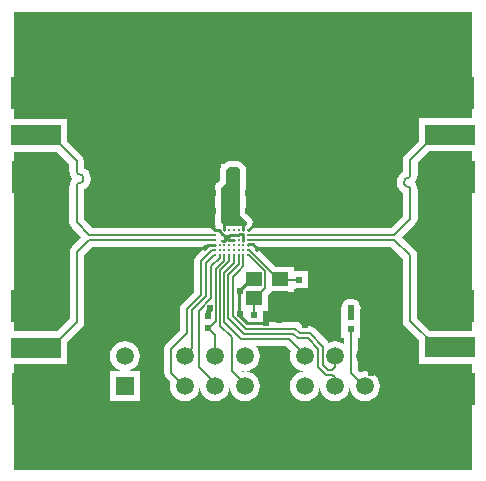
<source format=gtl>
%FSLAX25Y25*%
%MOIN*%
G70*
G01*
G75*
G04 Layer_Physical_Order=1*
G04 Layer_Color=255*
%ADD10C,0.00800*%
%ADD11R,0.16500X0.07000*%
%ADD12R,0.16500X0.10500*%
%ADD13R,0.02362X0.01969*%
%ADD14R,0.01969X0.02362*%
%ADD15R,0.05512X0.04528*%
%ADD16C,0.01181*%
%ADD17R,0.03150X0.03150*%
%ADD18C,0.01000*%
%ADD19C,0.02000*%
%ADD20C,0.00500*%
%ADD21C,0.01500*%
%ADD22C,0.05906*%
%ADD23R,0.05906X0.05906*%
%ADD24C,0.15748*%
%ADD25C,0.02000*%
%ADD26C,0.01800*%
%ADD27C,0.01150*%
%ADD28C,0.02400*%
G36*
X20853Y104186D02*
Y101780D01*
X20906Y101515D01*
X20987Y100898D01*
X21328Y100075D01*
X21846Y99400D01*
X21328Y98725D01*
X20987Y97902D01*
X20906Y97285D01*
X20853Y97020D01*
Y84814D01*
X21008Y84033D01*
X21039Y83878D01*
X21570Y83084D01*
X24839Y79814D01*
X21670Y76644D01*
X21139Y75851D01*
X21108Y75695D01*
X20953Y74914D01*
Y52614D01*
X16887Y48548D01*
X2441D01*
Y108414D01*
X16625D01*
X20853Y104186D01*
D02*
G37*
G36*
X131953Y72788D02*
Y52000D01*
X132108Y51219D01*
X132139Y51064D01*
X132670Y50270D01*
X137388Y45552D01*
Y37648D01*
X155040D01*
Y2441D01*
X2441D01*
Y37548D01*
X20092D01*
Y44832D01*
X25130Y49870D01*
X25661Y50664D01*
X25692Y50819D01*
X25847Y51600D01*
Y73901D01*
X28514Y76567D01*
X65992D01*
X66030Y76475D01*
X62978Y73422D01*
X62481Y72678D01*
X62306Y71800D01*
Y61650D01*
X58378Y57722D01*
X57881Y56978D01*
X57706Y56100D01*
Y48950D01*
X53078Y44322D01*
X52581Y43578D01*
X52406Y42700D01*
Y34700D01*
X52581Y33822D01*
X53078Y33078D01*
X54579Y31576D01*
X54545Y31493D01*
X54375Y30200D01*
X54545Y28907D01*
X55044Y27702D01*
X55838Y26668D01*
X56872Y25874D01*
X58077Y25375D01*
X59370Y25205D01*
X60663Y25375D01*
X61868Y25874D01*
X62902Y26668D01*
X63696Y27702D01*
X64195Y28907D01*
X64320Y29855D01*
X64420D01*
X64545Y28907D01*
X65044Y27702D01*
X65838Y26668D01*
X66872Y25874D01*
X68077Y25375D01*
X69370Y25205D01*
X70663Y25375D01*
X71868Y25874D01*
X72902Y26668D01*
X73696Y27702D01*
X74195Y28907D01*
X74320Y29855D01*
X74420D01*
X74545Y28907D01*
X75044Y27702D01*
X75838Y26668D01*
X76872Y25874D01*
X78077Y25375D01*
X79370Y25205D01*
X80663Y25375D01*
X81868Y25874D01*
X82902Y26668D01*
X83696Y27702D01*
X84195Y28907D01*
X84366Y30200D01*
X84195Y31493D01*
X83696Y32698D01*
X82902Y33732D01*
X81868Y34526D01*
X80663Y35025D01*
X79370Y35195D01*
X78468Y35077D01*
X78294Y35251D01*
X78338Y35340D01*
X79370Y35204D01*
X80663Y35375D01*
X81868Y35874D01*
X82902Y36668D01*
X83696Y37702D01*
X84195Y38907D01*
X84366Y40200D01*
X84195Y41493D01*
X83696Y42698D01*
X82991Y43616D01*
X83036Y43706D01*
X93050D01*
X94755Y42001D01*
X94545Y41493D01*
X94375Y40200D01*
X94545Y38907D01*
X95044Y37702D01*
X95838Y36668D01*
X96872Y35874D01*
X98077Y35375D01*
X99024Y35250D01*
Y35150D01*
X98077Y35025D01*
X96872Y34526D01*
X95838Y33732D01*
X95044Y32698D01*
X94545Y31493D01*
X94375Y30200D01*
X94545Y28907D01*
X95044Y27702D01*
X95838Y26668D01*
X96872Y25874D01*
X98077Y25375D01*
X99370Y25205D01*
X100663Y25375D01*
X101868Y25874D01*
X102902Y26668D01*
X103696Y27702D01*
X104195Y28907D01*
X104320Y29855D01*
X104420D01*
X104545Y28907D01*
X105044Y27702D01*
X105838Y26668D01*
X106872Y25874D01*
X108077Y25375D01*
X109370Y25205D01*
X110663Y25375D01*
X111868Y25874D01*
X112902Y26668D01*
X113696Y27702D01*
X114195Y28907D01*
X114320Y29855D01*
X114420D01*
X114545Y28907D01*
X115044Y27702D01*
X115838Y26668D01*
X116872Y25874D01*
X118077Y25375D01*
X119370Y25205D01*
X120663Y25375D01*
X121868Y25874D01*
X122902Y26668D01*
X123696Y27702D01*
X124195Y28907D01*
X124366Y30200D01*
X124195Y31493D01*
X123696Y32698D01*
X122902Y33732D01*
X121868Y34526D01*
X120663Y35025D01*
X119370Y35195D01*
X118077Y35025D01*
X117753Y34891D01*
X116994Y35650D01*
Y46347D01*
X117881D01*
Y50284D01*
Y55847D01*
X117928Y56200D01*
X117818Y57035D01*
X117495Y57814D01*
X116982Y58482D01*
X116314Y58995D01*
X115535Y59318D01*
X114700Y59428D01*
X113865Y59318D01*
X113086Y58995D01*
X112418Y58482D01*
X111905Y57814D01*
X111582Y57035D01*
X111472Y56200D01*
X111519Y55847D01*
Y50284D01*
Y46347D01*
X112406D01*
Y44226D01*
X112316Y44182D01*
X111868Y44526D01*
X110663Y45025D01*
X109370Y45195D01*
X108077Y45025D01*
X107371Y44733D01*
X107130Y45093D01*
X102693Y49530D01*
X101899Y50061D01*
X101744Y50092D01*
X100963Y50247D01*
X98614D01*
X97930Y50930D01*
X97136Y51461D01*
X96981Y51492D01*
X96200Y51647D01*
X85416D01*
Y55269D01*
X87178D01*
Y60534D01*
X87822Y61178D01*
X88083Y61568D01*
X95840D01*
Y62784D01*
X100481D01*
Y68753D01*
X95840D01*
Y70096D01*
X89348D01*
X82970Y76475D01*
X83008Y76567D01*
X128174D01*
X131953Y72788D01*
D02*
G37*
G36*
X155040Y48648D02*
X141213D01*
X136847Y53014D01*
Y73802D01*
X136692Y74583D01*
X136661Y74738D01*
X136130Y75532D01*
X131811Y79851D01*
Y79951D01*
X136230Y84370D01*
X136761Y85164D01*
X136947Y86100D01*
Y95820D01*
X136894Y96085D01*
X136813Y96702D01*
X136472Y97525D01*
X135954Y98200D01*
X136472Y98875D01*
X136813Y99698D01*
X136894Y100315D01*
X136947Y100580D01*
Y104686D01*
X140775Y108514D01*
X155040D01*
Y48648D01*
D02*
G37*
G36*
X77300Y102900D02*
X77700Y102500D01*
Y94500D01*
Y87200D01*
X79300Y85600D01*
X80000Y84900D01*
Y84600D01*
Y84100D01*
X79900Y84000D01*
X79500Y83600D01*
X77602D01*
X77255Y83669D01*
X76908Y83600D01*
X76027D01*
X75680Y83669D01*
X75333Y83600D01*
X74452D01*
X74106Y83669D01*
X73759Y83600D01*
X72600D01*
X72000Y84200D01*
X71400Y84800D01*
Y94800D01*
Y96400D01*
X72600Y97600D01*
X73100Y98100D01*
Y100800D01*
Y102200D01*
X73600Y102700D01*
X74100Y103200D01*
X77000D01*
X77300Y102900D01*
D02*
G37*
G36*
X155040Y119514D02*
X137388D01*
Y112048D01*
X132770Y107430D01*
X132239Y106636D01*
X132208Y106481D01*
X132053Y105700D01*
Y101671D01*
X131815Y101572D01*
X131109Y101031D01*
X130568Y100325D01*
X130227Y99502D01*
X130146Y98885D01*
X130093Y98620D01*
Y97780D01*
X130146Y97515D01*
X130227Y96898D01*
X130568Y96075D01*
X131109Y95369D01*
X131815Y94828D01*
X132053Y94729D01*
Y87114D01*
X128001Y83061D01*
X81817D01*
X81770Y83149D01*
X81884Y83320D01*
X82039Y84100D01*
Y84600D01*
Y84900D01*
X81884Y85680D01*
X81442Y86342D01*
X80742Y87042D01*
X79739Y88045D01*
Y94500D01*
Y102500D01*
X79739Y102500D01*
X79584Y103280D01*
X79142Y103942D01*
X79142Y103942D01*
X78742Y104342D01*
X78442Y104642D01*
X77780Y105084D01*
X77000Y105239D01*
X74100D01*
X74100Y105239D01*
X73320Y105084D01*
X72658Y104642D01*
X72291Y104275D01*
X71378D01*
Y103223D01*
X71216Y102980D01*
X71061Y102200D01*
Y100800D01*
Y98945D01*
X69958Y97842D01*
X69955Y97838D01*
X69626D01*
Y97346D01*
X69516Y97180D01*
X69361Y96400D01*
Y94800D01*
Y84800D01*
X69516Y84020D01*
X69958Y83358D01*
X69982Y83334D01*
Y83199D01*
X69907Y83133D01*
X69381Y83202D01*
X68705Y83113D01*
X68580Y83061D01*
X28514D01*
X25747Y85828D01*
Y95841D01*
X26197Y96028D01*
X26903Y96569D01*
X27444Y97275D01*
X27785Y98098D01*
X27866Y98715D01*
X27919Y98980D01*
Y99820D01*
X27866Y100085D01*
X27785Y100702D01*
X27444Y101525D01*
X26903Y102231D01*
X26197Y102772D01*
X25747Y102959D01*
Y105200D01*
X25561Y106136D01*
X25030Y106930D01*
X20092Y111868D01*
Y119414D01*
X2441D01*
Y155040D01*
X155040D01*
Y119514D01*
D02*
G37*
%LPC*%
G36*
X39370Y45195D02*
X38077Y45025D01*
X36872Y44526D01*
X35838Y43732D01*
X35044Y42698D01*
X34545Y41493D01*
X34375Y40200D01*
X34545Y38907D01*
X35044Y37702D01*
X35838Y36668D01*
X36872Y35874D01*
X38077Y35375D01*
X39005Y35252D01*
X38999Y35153D01*
X34417D01*
Y25247D01*
X44323D01*
Y35153D01*
X39741D01*
X39735Y35252D01*
X40663Y35375D01*
X41868Y35874D01*
X42902Y36668D01*
X43696Y37702D01*
X44195Y38907D01*
X44366Y40200D01*
X44195Y41493D01*
X43696Y42698D01*
X42902Y43732D01*
X41868Y44526D01*
X40663Y45025D01*
X39370Y45195D01*
D02*
G37*
%LPD*%
D10*
X132540Y97780D02*
G03*
X133520Y96800I980J0D01*
G01*
Y99600D02*
G03*
X132540Y98620I0J-980D01*
G01*
X133520Y99600D02*
G03*
X134500Y100580I0J980D01*
G01*
Y95820D02*
G03*
X133520Y96800I-980J0D01*
G01*
X24280Y98000D02*
G03*
X23300Y97020I0J-980D01*
G01*
Y101780D02*
G03*
X24280Y100800I980J0D01*
G01*
X24492Y98000D02*
G03*
X25472Y98980I0J980D01*
G01*
Y99820D02*
G03*
X24492Y100800I-980J0D01*
G01*
X23300Y84814D02*
X27500Y80614D01*
X134500Y100580D02*
Y105700D01*
X129014Y80614D02*
X134500Y86100D01*
X142814Y114014D02*
X147638D01*
X134500Y105700D02*
X142814Y114014D01*
X143252Y43148D02*
X147638D01*
X134400Y52000D02*
X143252Y43148D01*
X134400Y52000D02*
Y73802D01*
X129187Y79014D02*
X134400Y73802D01*
X14586Y113914D02*
X23300Y105200D01*
X9843Y113914D02*
X14586D01*
X23400Y51600D02*
Y74914D01*
X14848Y43048D02*
X23400Y51600D01*
X9843Y43048D02*
X14848D01*
X23400Y74914D02*
X27500Y79014D01*
X69381D01*
X80405Y80589D02*
Y80614D01*
Y79014D02*
X129187D01*
X69381Y80589D02*
Y80614D01*
X80405D02*
X129014D01*
X132540Y97780D02*
Y98620D01*
X134500Y86100D02*
Y95820D01*
X23300Y84814D02*
Y97020D01*
Y101780D02*
Y105200D01*
X27500Y80614D02*
X69381D01*
X24280Y98000D02*
X24492D01*
X24280Y100800D02*
X24492D01*
X25472Y98980D02*
Y99820D01*
X109370Y30200D02*
Y33130D01*
X108500Y34000D02*
X109370Y33130D01*
Y36470D02*
Y40200D01*
X108500Y35600D02*
X109370Y36470D01*
X107200Y35600D02*
X108500D01*
X106537Y34000D02*
X108500D01*
X103800Y36737D02*
X106537Y34000D01*
X103800Y36737D02*
Y42700D01*
X100300Y46200D02*
X103800Y42700D01*
X96937Y46200D02*
X100300D01*
X95537Y47600D02*
X96937Y46200D01*
X78937Y47600D02*
X95537D01*
X105400Y37400D02*
X107200Y35600D01*
X105400Y37400D02*
Y43363D01*
X100963Y47800D02*
X105400Y43363D01*
X97600Y47800D02*
X100963D01*
X96200Y49200D02*
X97600Y47800D01*
X79600Y49200D02*
X96200D01*
X75340Y53460D02*
X79600Y49200D01*
X75340Y53460D02*
Y66640D01*
X73740Y52797D02*
X78937Y47600D01*
X73740Y52797D02*
Y67303D01*
X76269Y69831D01*
X76369Y69931D01*
X75340Y66640D02*
X77300Y68600D01*
X77500Y68800D01*
X76269Y69831D02*
X77255Y70818D01*
Y73998D01*
X78830Y70130D02*
Y73998D01*
X77300Y68600D02*
X78830Y70130D01*
D11*
X147638Y114014D02*
D03*
Y43148D02*
D03*
X9843Y43048D02*
D03*
Y113914D02*
D03*
D12*
X147538Y127814D02*
D03*
X147638Y100114D02*
D03*
X147538Y56948D02*
D03*
X147638Y29248D02*
D03*
X9943D02*
D03*
X9843Y56948D02*
D03*
X9943Y100114D02*
D03*
X9843Y127814D02*
D03*
D13*
X66900Y53469D02*
D03*
Y49531D02*
D03*
X114700Y49332D02*
D03*
Y53268D02*
D03*
X97300Y61831D02*
D03*
Y65768D02*
D03*
D14*
X72611Y94657D02*
D03*
X68674D02*
D03*
X82432Y54100D02*
D03*
X86369D02*
D03*
X72601Y88751D02*
D03*
X68664D02*
D03*
X80475D02*
D03*
X76538D02*
D03*
X80475Y94657D02*
D03*
X76538D02*
D03*
D15*
X82422Y59533D02*
D03*
X91084D02*
D03*
Y65832D02*
D03*
X82422D02*
D03*
D16*
X69381Y73998D02*
D03*
X70956D02*
D03*
X72531D02*
D03*
X74106D02*
D03*
X75680D02*
D03*
X77255D02*
D03*
X78830D02*
D03*
X80405D02*
D03*
X69381Y75573D02*
D03*
X70956D02*
D03*
X72531D02*
D03*
X74106D02*
D03*
X75680D02*
D03*
X77255D02*
D03*
X78830D02*
D03*
X80405D02*
D03*
X69381Y77439D02*
D03*
X70956Y77148D02*
D03*
X72531D02*
D03*
X74106D02*
D03*
X75680D02*
D03*
X77255D02*
D03*
X78830D02*
D03*
X80405Y77439D02*
D03*
X69381Y79014D02*
D03*
X71743Y78565D02*
D03*
X75680Y79014D02*
D03*
X77255D02*
D03*
X78830Y78723D02*
D03*
X80405Y79014D02*
D03*
X69381Y80589D02*
D03*
X71743Y81038D02*
D03*
X75680Y80589D02*
D03*
X78830Y80880D02*
D03*
X77255Y80589D02*
D03*
X80405D02*
D03*
X69381Y82164D02*
D03*
X70956Y82455D02*
D03*
X72531D02*
D03*
X74106D02*
D03*
X75680D02*
D03*
X77255D02*
D03*
X78830D02*
D03*
X80405Y82164D02*
D03*
D17*
X74953Y100700D02*
D03*
X69047D02*
D03*
D18*
X78830Y78723D02*
Y80880D01*
X81966Y77534D02*
X83400Y76100D01*
X80499Y77534D02*
X81966D01*
X80405Y77439D02*
X80499Y77534D01*
X66000Y76300D02*
X67139Y77439D01*
X69381D01*
X69672Y82455D02*
X70956D01*
X69381Y82164D02*
X69672Y82455D01*
X70956Y81825D02*
Y82455D01*
X80405Y82164D02*
X82300Y84059D01*
X78830Y82455D02*
Y84530D01*
X72981Y79181D02*
Y79800D01*
X75680Y80589D02*
X77255D01*
X77547Y80880D01*
X78830D01*
X71854Y78565D02*
Y78629D01*
X72429D02*
X72981Y79181D01*
X71854Y78629D02*
X72429D01*
X73290Y79491D02*
X73767Y79014D01*
X73600Y79800D02*
X74389Y80589D01*
X75680D01*
X73767Y79014D02*
X75680D01*
X71743Y78565D02*
X71854D01*
X71743Y81038D02*
X72981Y79800D01*
X70956Y81825D02*
X71743Y81038D01*
X72531Y85500D02*
Y88681D01*
Y82455D02*
Y85500D01*
Y88681D02*
X72601Y88751D01*
X66945Y84600D02*
X69381Y82164D01*
X80068Y51432D02*
X86369D01*
X77500Y54000D02*
X80068Y51432D01*
X77500Y54000D02*
Y62000D01*
X80000Y64500D01*
D19*
X114700Y53268D02*
Y56200D01*
X97300Y61831D02*
X100232D01*
X91084Y55484D02*
Y59533D01*
X86369Y51432D02*
Y54100D01*
D20*
X66500Y71400D02*
X69098Y73998D01*
X66500Y60200D02*
Y71400D01*
X68100Y70200D02*
X70956Y73056D01*
X64600Y60700D02*
Y71800D01*
X68373Y75573D01*
X75680Y71280D02*
Y73998D01*
X90368Y65832D02*
X91084D01*
X80627Y75573D02*
X90368Y65832D01*
X80405Y75573D02*
X80627D01*
X86200Y62800D02*
Y68500D01*
X80702Y73998D02*
X86200Y68500D01*
X80405Y73998D02*
X80702D01*
X82933Y59533D02*
X86200Y62800D01*
X82422Y59533D02*
X82933D01*
X82422Y54722D02*
Y59533D01*
X92968Y65768D02*
X97300D01*
X74106Y71806D02*
Y73998D01*
X72531Y72031D02*
Y73998D01*
X70956Y73056D02*
Y73998D01*
X69098D02*
X69381D01*
X68373Y75573D02*
X69381D01*
X114700Y34700D02*
Y49332D01*
Y34700D02*
X119500Y29900D01*
X74900Y35400D02*
Y46600D01*
Y35400D02*
X79500Y30800D01*
X69900Y41900D02*
X70000Y42000D01*
X67600Y49100D02*
Y50000D01*
Y49100D02*
X69400Y47300D01*
Y41900D02*
Y47300D01*
X63900Y36700D02*
X69400Y31200D01*
X61800Y55500D02*
X66500Y60200D01*
X59800Y41100D02*
X61800Y43100D01*
Y55500D01*
X60000Y56100D02*
X64600Y60700D01*
X54700Y42700D02*
X60000Y48000D01*
X54700Y34700D02*
Y42700D01*
Y34700D02*
X59000Y30400D01*
X60000Y48000D02*
Y56100D01*
X63900Y36700D02*
Y55400D01*
X68100Y59600D01*
Y70200D01*
X67600Y50000D02*
X69700Y52100D01*
Y69200D01*
X72531Y72031D01*
X71100Y50400D02*
X74900Y46600D01*
X71100Y50400D02*
Y68800D01*
X74106Y71806D01*
X72400Y51700D02*
Y68000D01*
X75680Y71280D01*
X72400Y51700D02*
X78100Y46000D01*
X94000D01*
X99100Y40900D01*
D21*
X66900Y53469D02*
Y55400D01*
X67700Y56200D01*
D22*
X119370Y40200D02*
D03*
X109370D02*
D03*
X99370D02*
D03*
X89370D02*
D03*
X79370D02*
D03*
X69370D02*
D03*
X59370D02*
D03*
X49370D02*
D03*
X39370D02*
D03*
X119370Y30200D02*
D03*
X109370D02*
D03*
X99370D02*
D03*
X89370D02*
D03*
X79370D02*
D03*
X69370D02*
D03*
X59370D02*
D03*
X49370D02*
D03*
D23*
X39370D02*
D03*
D24*
Y145669D02*
D03*
Y11811D02*
D03*
X118110D02*
D03*
Y145669D02*
D03*
D25*
X75400Y85500D02*
D03*
X76200Y97400D02*
D03*
X74000Y97300D02*
D03*
X75600Y91800D02*
D03*
X73000D02*
D03*
X73290Y79491D02*
D03*
D26*
X72531Y85500D02*
D03*
X83400Y76100D02*
D03*
X66000Y76300D02*
D03*
X82300Y84059D02*
D03*
X78830Y84530D02*
D03*
D27*
X72531Y77148D02*
D03*
X77255Y75573D02*
D03*
X78830D02*
D03*
Y77148D02*
D03*
X77255D02*
D03*
Y79014D02*
D03*
X75680Y77148D02*
D03*
Y75573D02*
D03*
X74106D02*
D03*
X72531D02*
D03*
X70956D02*
D03*
D28*
X66945Y84600D02*
D03*
X114700Y56200D02*
D03*
X100232Y61831D02*
D03*
X91084Y55484D02*
D03*
X86369Y51432D02*
D03*
X4800Y136100D02*
D03*
X10900D02*
D03*
X15200Y135900D02*
D03*
X21000Y134900D02*
D03*
X23100Y131600D02*
D03*
X23500Y125400D02*
D03*
X23400Y122000D02*
D03*
X23300Y116000D02*
D03*
X26500Y110600D02*
D03*
X29300Y105400D02*
D03*
X30800Y97700D02*
D03*
X29700Y93800D02*
D03*
X28300Y89100D02*
D03*
X32200Y85700D02*
D03*
X37900Y85300D02*
D03*
X42500D02*
D03*
X49000Y85100D02*
D03*
X54500D02*
D03*
X62000Y85000D02*
D03*
X63700Y90900D02*
D03*
X52100Y93100D02*
D03*
X46500D02*
D03*
X36600Y93500D02*
D03*
X35700Y125200D02*
D03*
X35500Y120200D02*
D03*
X36500Y112700D02*
D03*
X42800Y106100D02*
D03*
X58200Y105100D02*
D03*
X36400Y104300D02*
D03*
X52900Y100700D02*
D03*
X50100Y116100D02*
D03*
X42000Y123400D02*
D03*
X44000Y113800D02*
D03*
X65800Y134100D02*
D03*
X49400Y131400D02*
D03*
X62000Y122300D02*
D03*
X80700Y116200D02*
D03*
X65800Y114000D02*
D03*
X55100Y150100D02*
D03*
X56400Y139900D02*
D03*
X87700Y140000D02*
D03*
X70400Y148900D02*
D03*
X80300Y135500D02*
D03*
X78400Y129500D02*
D03*
X102900Y121900D02*
D03*
X101800Y115000D02*
D03*
X91300Y103000D02*
D03*
X86300Y86200D02*
D03*
X84900Y89300D02*
D03*
X86200Y94700D02*
D03*
X64800Y95700D02*
D03*
X64700Y101200D02*
D03*
X67800Y105900D02*
D03*
X72800Y108000D02*
D03*
X79100D02*
D03*
X84400Y104100D02*
D03*
X83800Y99000D02*
D03*
X88800Y110400D02*
D03*
X92600Y85700D02*
D03*
X104900Y85600D02*
D03*
X119200D02*
D03*
X98500Y85900D02*
D03*
X125100Y85700D02*
D03*
X128300Y90200D02*
D03*
X126900Y96900D02*
D03*
X127500Y105200D02*
D03*
X131000Y113500D02*
D03*
X133600Y120600D02*
D03*
X150000Y142200D02*
D03*
X142600Y149600D02*
D03*
X135600Y148200D02*
D03*
X133800Y139900D02*
D03*
X143300Y140200D02*
D03*
X150800Y151400D02*
D03*
X124000Y126200D02*
D03*
X114100Y115000D02*
D03*
X109400Y105700D02*
D03*
X99300Y100100D02*
D03*
X115300Y98300D02*
D03*
X107700Y95600D02*
D03*
X96000Y94200D02*
D03*
X94300Y128100D02*
D03*
X90600Y122100D02*
D03*
X108800Y131800D02*
D03*
X99400Y143700D02*
D03*
X89500Y151500D02*
D03*
X79800Y148800D02*
D03*
X72000Y122200D02*
D03*
X57000Y130100D02*
D03*
X56200Y114600D02*
D03*
X100300Y133700D02*
D03*
X131700Y131400D02*
D03*
X115700Y125700D02*
D03*
X127000Y118300D02*
D03*
X119700Y105600D02*
D03*
X5200Y90800D02*
D03*
X15400Y90500D02*
D03*
X11700Y84300D02*
D03*
X11200Y89400D02*
D03*
X5500Y78900D02*
D03*
X5700Y84000D02*
D03*
X18300Y79200D02*
D03*
X11900Y76700D02*
D03*
X5100Y72300D02*
D03*
X6500Y67000D02*
D03*
X13100Y65000D02*
D03*
X11500Y70300D02*
D03*
X18400Y73100D02*
D03*
X18300Y66400D02*
D03*
X5700Y19400D02*
D03*
X5900Y12200D02*
D03*
X5500Y6000D02*
D03*
X11900Y5900D02*
D03*
X12400Y12000D02*
D03*
X12200Y19900D02*
D03*
X19500Y19200D02*
D03*
X19700Y12700D02*
D03*
X19000Y6300D02*
D03*
X26000Y6000D02*
D03*
Y12900D02*
D03*
X26600Y19500D02*
D03*
X24500Y27200D02*
D03*
Y34000D02*
D03*
X24100Y41400D02*
D03*
X27600Y47300D02*
D03*
X60300Y73900D02*
D03*
X54100Y74100D02*
D03*
X49000Y73900D02*
D03*
X43100D02*
D03*
X36300Y73800D02*
D03*
X30600D02*
D03*
X28300Y69900D02*
D03*
X28800Y63400D02*
D03*
Y58200D02*
D03*
X28900Y52100D02*
D03*
X35600Y66300D02*
D03*
X35300Y60400D02*
D03*
X35700Y55000D02*
D03*
X36900Y48900D02*
D03*
X43200Y49100D02*
D03*
X42100Y55800D02*
D03*
X45700Y65100D02*
D03*
X51300Y69000D02*
D03*
X50700Y61200D02*
D03*
X47900Y54100D02*
D03*
X55800Y61500D02*
D03*
X58200Y68800D02*
D03*
X40900Y61600D02*
D03*
X41700Y68200D02*
D03*
X52600Y56100D02*
D03*
X60100Y63600D02*
D03*
X49500Y48500D02*
D03*
X111400Y85800D02*
D03*
X87500Y75000D02*
D03*
X92500Y75100D02*
D03*
X96600Y74800D02*
D03*
X104100Y74500D02*
D03*
X111200Y74300D02*
D03*
X117700Y74000D02*
D03*
X124500Y73800D02*
D03*
X129700Y71400D02*
D03*
X129000Y64500D02*
D03*
X129600Y58700D02*
D03*
X129200Y53500D02*
D03*
X130600Y49300D02*
D03*
X134600Y43700D02*
D03*
Y37300D02*
D03*
X132800Y31700D02*
D03*
X127700Y28400D02*
D03*
X125400Y36100D02*
D03*
X129600Y41300D02*
D03*
X122300Y47900D02*
D03*
X119800Y55100D02*
D03*
X120700Y63300D02*
D03*
X115100Y66800D02*
D03*
X106100Y67000D02*
D03*
X97100Y57000D02*
D03*
X94600Y53300D02*
D03*
X99300Y50700D02*
D03*
X107700Y49900D02*
D03*
X103800Y55000D02*
D03*
X112900Y62300D02*
D03*
X116700Y60500D02*
D03*
X121400Y66400D02*
D03*
X124100Y57400D02*
D03*
X124500Y53300D02*
D03*
X123800Y42600D02*
D03*
X121500Y34700D02*
D03*
X128500Y21100D02*
D03*
X135100Y24300D02*
D03*
X150500Y19600D02*
D03*
X144800Y20000D02*
D03*
X55500Y19800D02*
D03*
X55000Y11800D02*
D03*
X54400Y5300D02*
D03*
X66600D02*
D03*
X65400Y13000D02*
D03*
X66200Y20400D02*
D03*
X75300Y20000D02*
D03*
X74700Y11800D02*
D03*
X78800Y5600D02*
D03*
X90300Y5400D02*
D03*
X85200Y13300D02*
D03*
X84700Y20700D02*
D03*
X94000Y20300D02*
D03*
X93700Y14400D02*
D03*
X99700Y4900D02*
D03*
X106400Y4600D02*
D03*
X104100Y11600D02*
D03*
X107300Y20700D02*
D03*
X100400Y19800D02*
D03*
X48700Y22400D02*
D03*
X51100Y17200D02*
D03*
X49500Y5100D02*
D03*
X72500Y4600D02*
D03*
X80000Y12200D02*
D03*
X106400Y61600D02*
D03*
X91600Y72000D02*
D03*
X90800Y52300D02*
D03*
X77600Y62100D02*
D03*
X77700Y54200D02*
D03*
X61300Y149300D02*
D03*
X63100Y143500D02*
D03*
X69400Y140100D02*
D03*
X97800Y150300D02*
D03*
X90100Y132300D02*
D03*
X141200Y89100D02*
D03*
X149200Y89500D02*
D03*
X152400Y84400D02*
D03*
X148700Y79300D02*
D03*
X141700Y82700D02*
D03*
X137100Y80500D02*
D03*
X143300Y77300D02*
D03*
X152800Y75900D02*
D03*
X139300Y73200D02*
D03*
X139800Y66800D02*
D03*
X150100Y68300D02*
D03*
X148700Y72300D02*
D03*
X153100Y70600D02*
D03*
X152400Y64900D02*
D03*
X145100Y65700D02*
D03*
X147000Y84700D02*
D03*
X152800Y91800D02*
D03*
X144600Y91700D02*
D03*
X144200Y71100D02*
D03*
X148400Y13900D02*
D03*
X148200Y8600D02*
D03*
X146900Y4700D02*
D03*
X152700Y4400D02*
D03*
X152100Y8700D02*
D03*
X152600Y14900D02*
D03*
X23500Y151500D02*
D03*
X23300Y146200D02*
D03*
X21000Y142300D02*
D03*
X26800Y137500D02*
D03*
X31100Y133300D02*
D03*
X40300Y130600D02*
D03*
X28900Y126600D02*
D03*
X29500Y119100D02*
D03*
X50700Y122800D02*
D03*
X56800Y123100D02*
D03*
X51900Y143800D02*
D03*
X50200Y137900D02*
D03*
Y152500D02*
D03*
X130300Y152800D02*
D03*
X150400Y137500D02*
D03*
X141900Y136700D02*
D03*
X119900Y132100D02*
D03*
X108600Y118900D02*
D03*
X120600Y118800D02*
D03*
X120800Y95300D02*
D03*
X96400Y108300D02*
D03*
X67700Y56200D02*
D03*
X139700Y12400D02*
D03*
X133900D02*
D03*
X129400Y12300D02*
D03*
X8400Y150500D02*
D03*
X16700Y150000D02*
D03*
X13700Y143600D02*
D03*
X8400Y144100D02*
D03*
X12200Y151600D02*
D03*
X67100Y152500D02*
D03*
X76300Y152200D02*
D03*
X104500Y152500D02*
D03*
X105100Y143400D02*
D03*
X139100Y153000D02*
D03*
X136900Y29500D02*
D03*
X131700Y25900D02*
D03*
X141300Y16500D02*
D03*
M02*

</source>
